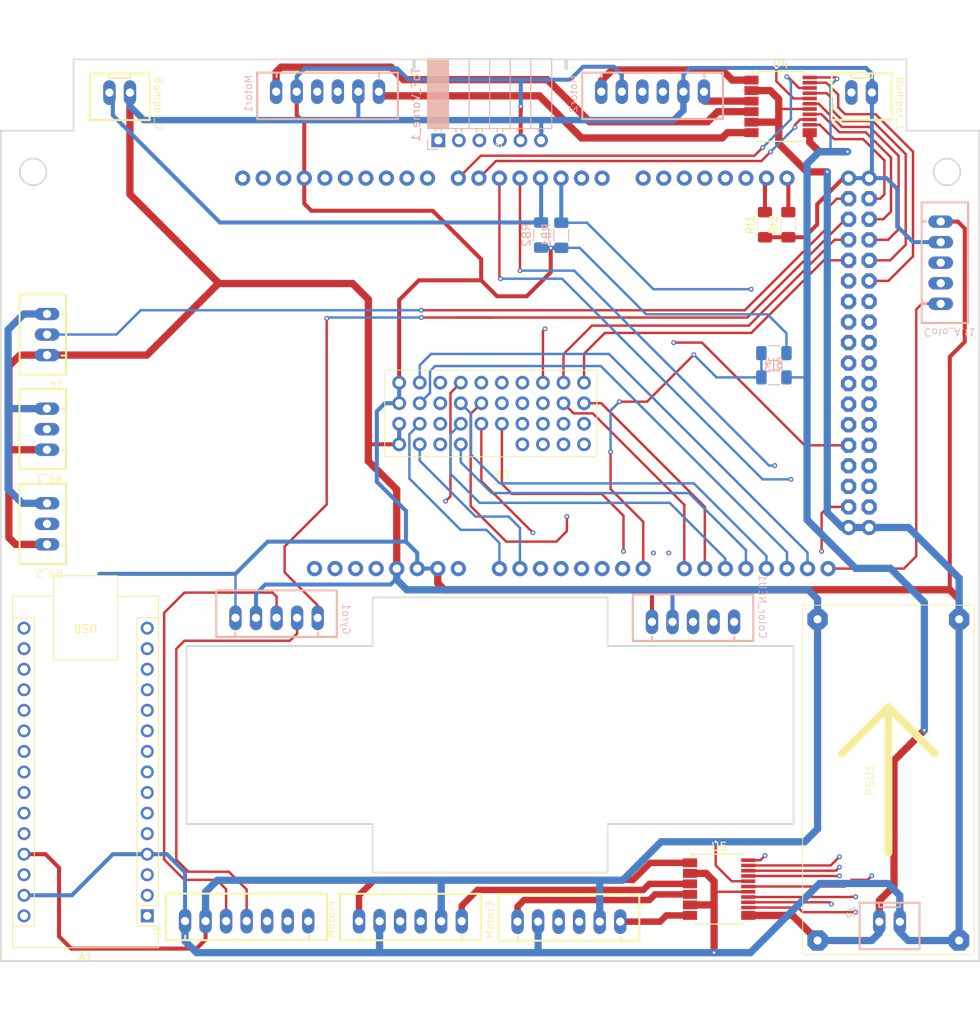
<source format=kicad_pcb>
(kicad_pcb (version 20241229) (generator "pcbnew") (generator_version "9.0")
  (layers (0 "F.Cu" signal) (4 "In1.Cu" signal) (6 "In2.Cu" signal) (2 "B.Cu" signal) (13 "F.Paste" user) (15 "B.Paste" user) (5 "F.SilkS" user "F.Silkscreen") (7 "B.SilkS" user "B.Silkscreen") (1 "F.Mask" user) (3 "B.Mask" user) (25 "Edge.Cuts" user))
  (net 0 "")
  (net 1 "GND")
  (net 2 "/Treiber1/A+")
  (net 3 "/ENC3_A")
  (net 4 "/Treiber1/A-")
  (net 5 "+5V")
  (net 6 "/ENC3_B")
  (net 7 "/ENC4_B")
  (net 8 "/ENC4_A")
  (net 9 "/Treiber1/B+")
  (net 10 "/Treiber1/B-")
  (net 11 "/Treiber2/A-")
  (net 12 "/Treiber2/A+")
  (net 13 "/ENC1_A")
  (net 14 "/ENC2_B")
  (net 15 "/ENC2_A")
  (net 16 "/Treiber2/B-")
  (net 17 "/Treiber2/B+")
  (net 20 "/Tof_XS_3")
  (net 21 "/Tof_XS_1")
  (net 22 "/Tof_XS_6")
  (net 23 "/Bumper_Rechts")
  (net 24 "/Tof_XS_5")
  (net 25 "/Tof_XS_2")
  (net 26 "/Tof_XS_0")
  (net 27 "/Tof_XS_4")
  (net 28 "/Bumper_Links")
  (net 29 "/SDA")
  (net 30 "/SCL")
  (net 31 "/ARD_TX_1")
  (net 32 "/ARD_RX_1")
  (net 33 "/ARD_TX_2")
  (net 34 "/ARD_RX_2")
  (net 43 "/RS_Servo_2")
  (net 48 "/RES_D")
  (net 50 "/RS_Servo_1")
  (net 57 "/MOT2_IN1")
  (net 58 "/MOT1_PWM")
  (net 59 "/MOT1_IN1")
  (net 60 "/MOT1_IN2")
  (net 61 "/MOT2_IN2")
  (net 62 "/MOT2_PWM")
  (net 63 "/MOT3_IN2")
  (net 64 "/MOT4_IN2")
  (net 65 "/MOT3_IN1")
  (net 66 "/MOT4_PWM")
  (net 67 "/MOT3_PWM")
  (net 68 "/MOT4_IN1")
  (net 69 "/6V")
  (net 70 "/MOT_STBY")
  (net 74 "/ENC1_B")
  (net 78 "/ARD_RX_3")
  (net 81 "/ARD_TX_3")
  (net 89 "/Interrupt_Cam2")
  (net 90 "/UI_LED_1")
  (net 91 "/UI_LED_2")
  (net 92 "/Interrupt_Cam1")
  (net 93 "/Encoder_A")
  (net 94 "/SW_SCL")
  (net 95 "/Color_Old_Interrupt")
  (net 96 "/UI_Button_2")
  (net 97 "/UI_Button_4")
  (net 98 "/UI_Button_1")
  (net 99 "/Encoder_B")
  (net 100 "/SW_SDA")
  (net 101 "/Encoder_SW")
  (net 102 "/UI_Button_3")
  (net 103 "/Color_NEW_IO")
  (net 105 "/LED_C2")
  (net 106 "/LED_C1")
  (net 107 "/SCK")
  (net 108 "/MISO")
  (net 109 "/MOSI")
  (net 110 "/LEDB_U")
  (net 111 "/GYRO_RST")
  (net 112 "/D-")
  (net 113 "/D+")
  (net 114 "/D_D")
  (net 115 "/IO_CAM1")
  (net 116 "/IO_CAM2")
  (net 117 "/CS_D")
  (net 118 "/BAT_ADC")
  (footprint "Robotik:Untitled_1" (layer "F.Cu") (at 192.55 133.15 90)
    (property "Reference" "PSU1")
    (property "Value" "~")
  )
  (footprint "Resistor_SMD:R_1206_3216Metric_Pad1.30x1.75mm_HandSolder" (layer "F.Cu") (at 180.185 64.525 90)
    (property "Reference" "RI2")
    (property "Value" "10k")
  )
  (footprint "JST:JST-XH-02-PACKAGE-LONG-PAD" (layer "F.Cu") (at 97.5 48.2 180)
    (property "Reference" "Bumper_2")
    (property "Value" "Conn_01x02_Pin")
  )
  (footprint "Module:Arduino_Nano" (layer "F.Cu") (at 100.91 149.95 180)
    (property "Reference" "A1")
    (property "Value" "Arduino_Nano_v2.x")
  )
  (footprint "JST:JST-XH-06-PACKAGE-LONG-PAD" (layer "F.Cu") (at 153.05 150.6675)
    (property "Reference" "Motor3")
    (property "Value" "Conn_01x06_Pin")
  )
  (footprint "JST:JST-XH-03-PACKAGE-LONG-PAD" (layer "F.Cu") (at 88.5 89.8 90)
    (property "Reference" "RS_1")
    (property "Value" "Conn_01x03_Pin")
  )
  (footprint "JST:JST-XH-03-PACKAGE-LONG-PAD" (layer "F.Cu") (at 88.5175 101.5 90)
    (property "Reference" "RS_2")
    (property "Value" "Conn_01x03_Pin")
  )
  (footprint "JST:JST-XH-02-PACKAGE-LONG-PAD" (layer "F.Cu") (at 189.25 48.1825 180)
    (property "Reference" "Bumper_1")
    (property "Value" "Conn_01x02_Pin")
  )
  (footprint "JST:JST-XH-07-PACKAGE-LONG-PAD" (layer "F.Cu") (at 113.2 150.6)
    (property "Reference" "J1")
    (property "Value" "Conn_01x07_Pin")
  )
  (footprint "Robotik:SSOP-24_5.3x8.2mm_P0.65mm" (layer "F.Cu") (at 179.225 49.9)
    (property "Reference" "U4")
    (property "Value" "TB6612FNG")
  )
  (footprint "JST:JST-XH-06-PACKAGE-LONG-PAD" (layer "F.Cu") (at 133.45 150.6175)
    (property "Reference" "Motor4")
    (property "Value" "Conn_01x06_Pin")
  )
  (footprint "Robotik:SSOP-24_5.3x8.2mm_P0.65mm" (layer "F.Cu") (at 171.625 146.65)
    (property "Reference" "U5")
    (property "Value" "TB6612FNG")
  )
  (footprint "Robotik:Main Conetor" (layer "F.Cu") (at 144.76 86.59 180)
    (property "Reference" "U1")
    (property "Value" "Main  Conector to Main pcb")
  )
  (footprint "Robotik:ARDUINO_MEGA_NO_SILK" (layer "F.Cu") (at 143.18595 82.9)
    (property "Reference" "B1")
    (property "Value" "~")
  )
  (footprint "JST:JST-XH-03-PACKAGE-LONG-PAD" (layer "F.Cu") (at 88.5175 78.1 90)
    (property "Reference" "J4")
    (property "Value" "Conn_01x03_Pin")
  )
  (footprint "Resistor_SMD:R_1206_3216Metric_Pad1.30x1.75mm_HandSolder" (layer "F.Cu") (at 177.295 64.525 90)
    (property "Reference" "RI1")
    (property "Value" "10k")
  )
  (footprint "Resistor_SMD:R_1206_3216Metric_Pad1.30x1.75mm_HandSolder" (layer "B.Cu") (at 149.613 65.8 -90)
    (property "Reference" "RB2")
    (property "Value" "10k")
  )
  (footprint "JST:JST-XH-05-PACKAGE-LONG-PAD" (layer "B.Cu") (at 116.9 113.1175 180)
    (property "Reference" "Gyro1")
    (property "Value" "Conn_01x05_Pin")
  )
  (footprint "Connector_PinSocket_2.54mm:PinSocket_1x06_P2.54mm_Horizontal" (layer "B.Cu") (at 136.9 54.1 -90)
    (property "Reference" "ToF_Vorne_1")
    (property "Value" "Conn_01x06_Socket")
  )
  (footprint "Resistor_SMD:R_1206_3216Metric_Pad1.30x1.75mm_HandSolder" (layer "B.Cu") (at 178.4 80.4)
    (property "Reference" "RI3")
    (property "Value" "10k")
  )
  (footprint "JST:JST-XH-06-PACKAGE-LONG-PAD" (layer "B.Cu") (at 123.2 48.0825)
    (property "Reference" "Motor1")
    (property "Value" "Conn_01x06_Pin")
  )
  (footprint "Resistor_SMD:R_1206_3216Metric_Pad1.30x1.75mm_HandSolder" (layer "B.Cu") (at 152.103 65.831064 -90)
    (property "Reference" "RB1")
    (property "Value" "10k")
  )
  (footprint "JST:JST-XH-05-PACKAGE-LONG-PAD" (layer "B.Cu") (at 168.4 113.6135 180)
    (property "Reference" "Color_NEU1")
    (property "Value" "Conn_01x05_Pin")
  )
  (footprint "JST:JST-XH-05-PACKAGE-LONG-PAD" (layer "B.Cu") (at 199.0225 69.22 90)
    (property "Reference" "Colo_Alt1")
    (property "Value" "Conn_01x05_Pin")
  )
  (footprint "JST:JST-XH-06-PACKAGE-LONG-PAD" (layer "B.Cu") (at 163.4 48.0825)
    (property "Reference" "Motor2")
    (property "Value" "Conn_01x06_Pin")
  )
  (footprint "Resistor_SMD:R_1206_3216Metric_Pad1.30x1.75mm_HandSolder" (layer "B.Cu") (at 178.4 83.4 180)
    (property "Reference" "RI4")
    (property "Value" "10k")
  )
  (footprint "JST:JST-XH-02-PACKAGE-LONG-PAD" (layer "B.Cu") (at 192.7 150.6825)
    (property "Reference" "J2")
    (property "Value" "Conn_01x02_Pin")
  )
  (gr_line (start 91.8 44.1) (end 91.8 52.9) (stroke (width 0.2)) (layer "Edge.Cuts"))
  (gr_line (start 128.774002 110.6) (end 157.825998 110.6) (stroke (width 0.2)) (layer "Edge.Cuts"))
  (gr_line (start 152.6 44.1) (end 134 44.1) (stroke (width 0.2)) (layer "Edge.Cuts"))
  (gr_line (start 128.774002 144.6) (end 128.774002 138.6) (stroke (width 0.2)) (layer "Edge.Cuts"))
  (gr_line (start 134 45.3) (end 133.8 45.3) (stroke (width 0.2)) (layer "Edge.Cuts"))
  (gr_line (start 157.825998 110.6) (end 157.825998 116.6) (stroke (width 0.2)) (layer "Edge.Cuts"))
  (gr_circle (center 199.8 58) (end 199.8 59.65) (stroke (width 0.2)) (fill no) (layer "Edge.Cuts"))
  (gr_line (start 91.8 52.9) (end 82.8 52.9) (stroke (width 0.2)) (layer "Edge.Cuts"))
  (gr_line (start 180.825998 116.6) (end 180.825998 138.6) (stroke (width 0.2)) (layer "Edge.Cuts"))
  (gr_line (start 157.825998 116.6) (end 180.825998 116.6) (stroke (width 0.2)) (layer "Edge.Cuts"))
  (gr_line (start 128.774002 116.6) (end 128.774002 110.6) (stroke (width 0.2)) (layer "Edge.Cuts"))
  (gr_line (start 157.825998 144.6) (end 128.774002 144.6) (stroke (width 0.2)) (layer "Edge.Cuts"))
  (gr_line (start 203.8 155.55) (end 203.8 52.9) (stroke (width 0.2)) (layer "Edge.Cuts"))
  (gr_line (start 194.8 44.1) (end 152.8 44.1) (stroke (width 0.2)) (layer "Edge.Cuts"))
  (gr_line (start 152.8 45.3) (end 152.6 45.3) (stroke (width 0.2)) (layer "Edge.Cuts"))
  (gr_line (start 203.8 52.9) (end 194.8 52.9) (stroke (width 0.2)) (layer "Edge.Cuts"))
  (gr_line (start 134 44.1) (end 134 45.3) (stroke (width 0.2)) (layer "Edge.Cuts"))
  (gr_line (start 105.774002 116.6) (end 128.774002 116.6) (stroke (width 0.2)) (layer "Edge.Cuts"))
  (gr_line (start 152.8 44.1) (end 152.8 45.3) (stroke (width 0.2)) (layer "Edge.Cuts"))
  (gr_line (start 82.8 52.9) (end 82.8 155.55) (stroke (width 0.2)) (layer "Edge.Cuts"))
  (gr_line (start 157.825998 138.6) (end 157.825998 144.6) (stroke (width 0.2)) (layer "Edge.Cuts"))
  (gr_line (start 128.774002 138.6) (end 105.774002 138.6) (stroke (width 0.2)) (layer "Edge.Cuts"))
  (gr_line (start 180.825998 138.6) (end 157.825998 138.6) (stroke (width 0.2)) (layer "Edge.Cuts"))
  (gr_line (start 152.6 45.3) (end 152.6 44.1) (stroke (width 0.2)) (layer "Edge.Cuts"))
  (gr_line (start 194.8 52.9) (end 194.8 44.1) (stroke (width 0.2)) (layer "Edge.Cuts"))
  (gr_line (start 133.8 45.3) (end 133.8 44.1) (stroke (width 0.2)) (layer "Edge.Cuts"))
  (gr_line (start 82.8 155.55) (end 203.8 155.55) (stroke (width 0.2)) (layer "Edge.Cuts"))
  (gr_line (start 133.8 44.1) (end 91.8 44.1) (stroke (width 0.2)) (layer "Edge.Cuts"))
  (gr_line (start 105.774002 138.6) (end 105.774002 116.6) (stroke (width 0.2)) (layer "Edge.Cuts"))
  (gr_circle (center 86.8 58) (end 86.8 59.65) (stroke (width 0.2)) (fill no) (layer "Edge.Cuts"))
  (segment (start 171.025 146.975) (end 171 147) (width 0.3) (layer "F.Cu") (net 1))
  (segment (start 163 109.649) (end 200.149 109.649) (width 0.9) (layer "F.Cu") (net 1))
  (segment (start 168.025 144.7) (end 170 144.7) (width 0.9) (layer "F.Cu") (net 1))
  (segment (start 202 79) (end 202 65) (width 0.5) (layer "F.Cu") (net 1))
  (segment (start 150.8 70.4) (end 150.8 67.4) (width 0.5) (layer "F.Cu") (net 1))
  (segment (start 179 50.1) (end 179 49) (width 0.9) (layer "F.Cu") (net 1))
  (segment (start 170.9 148.6) (end 171 148.7) (width 0.9) (layer "F.Cu") (net 1))
  (segment (start 200.149 109.649) (end 200.149 80.851) (width 0.5) (layer "F.Cu") (net 1))
  (segment (start 136.2 62.8) (end 121.2 62.8) (width 0.5) (layer "F.Cu") (net 1))
  (segment (start 179.125 50.225) (end 179 50.1) (width 0.3) (layer "F.Cu") (net 1))
  (segment (start 201.3 110.8) (end 201.3 113.3) (width 0.9) (layer "F.Cu") (net 1))
  (segment (start 147.085 50.515) (end 147.085 54.3) (width 0.5) (layer "F.Cu") (net 1))
  (segment (start 136.83595 108.83595) (end 137.649 109.649) (width 0.9) (layer "F.Cu") (net 1))
  (segment (start 132.06 73.84) (end 132.06 84.05) (width 0.5) (layer "F.Cu") (net 1))
  (segment (start 178.85 51.85) (end 179 52) (width 0.9) (layer "F.Cu") (net 1))
  (segment (start 147.1 49.9) (end 147.1 50.5) (width 0.5) (layer "F.Cu") (net 1))
  (segment (start 163.32 109.969) (end 163 109.649) (width 0.5) (layer "F.Cu") (net 1))
  (segment (start 168.025 148.6) (end 170.9 148.6) (width 0.9) (layer "F.Cu") (net 1))
  (segment (start 142.2 71.4) (end 144.175 73.375) (width 0.5) (layer "F.Cu") (net 1))
  (segment (start 147.1 50.5) (end 147.085 50.515) (width 0.5) (layer "F.Cu") (net 1))
  (segment (start 202 65) (end 201.14 64.14) (width 0.5) (layer "F.Cu") (net 1))
  (segment (start 171 147) (end 171 148.7) (width 0.9) (layer "F.Cu") (net 1))
  (segment (start 201.14 64.14) (end 199.0225 64.14) (width 0.5) (layer "F.Cu") (net 1))
  (segment (start 182.5 58) (end 179 54.5) (width 0.9) (layer "F.Cu") (net 1))
  (segment (start 179 54.5) (end 179 52) (width 0.9) (layer "F.Cu") (net 1))
  (segment (start 119.39 50.99) (end 119.39 48.0825) (width 0.5) (layer "F.Cu") (net 1))
  (segment (start 179 52) (end 179 50.1) (width 0.9) (layer "F.Cu") (net 1))
  (segment (start 144.175 73.375) (end 147.825 73.375) (width 0.5) (layer "F.Cu") (net 1))
  (segment (start 171 145.7) (end 171 147) (width 0.9) (layer "F.Cu") (net 1))
  (segment (start 170 144.7) (end 171 145.7) (width 0.9) (layer "F.Cu") (net 1))
  (segment (start 185 58) (end 182.5 58) (width 0.9) (layer "F.Cu") (net 1))
  (segment (start 179 49) (end 177.95 47.95) (width 0.9) (layer "F.Cu") (net 1))
  (segment (start 177.95 47.95) (end 175.625 47.95) (width 0.9) (layer "F.Cu") (net 1))
  (segment (start 147.825 73.375) (end 150.8 70.4) (width 0.5) (layer "F.Cu") (net 1))
  (segment (start 120.32595 61.92595) (end 120.32595 58.77) (width 0.5) (layer "F.Cu") (net 1))
  (segment (start 120.32595 58.77) (end 120.32595 51.92595) (width 0.5) (layer "F.Cu") (net 1))
  (segment (start 136.83595 107.03) (end 136.83595 108.83595) (width 0.9) (layer "F.Cu") (net 1))
  (segment (start 182.825 50.225) (end 179.125 50.225) (width 0.3) (layer "F.Cu") (net 1))
  (segment (start 120.32595 51.92595) (end 119.39 50.99) (width 0.5) (layer "F.Cu") (net 1))
  (segment (start 142.2 68.8) (end 142.2 71.4) (width 0.5) (layer "F.Cu") (net 1))
  (segment (start 137.649 109.649) (end 163 109.649) (width 0.9) (layer "F.Cu") (net 1))
  (segment (start 121.2 62.8) (end 120.32595 61.92595) (width 0.5) (layer "F.Cu") (net 1))
  (segment (start 142.2 71.4) (end 134.5 71.4) (width 0.5) (layer "F.Cu") (net 1))
  (segment (start 175.625 51.85) (end 178.85 51.85) (width 0.9) (layer "F.Cu") (net 1))
  (segment (start 200.149 109.649) (end 201.3 110.8) (width 0.9) (layer "F.Cu") (net 1))
  (segment (start 136.2 62.8) (end 142.2 68.8) (width 0.5) (layer "F.Cu") (net 1))
  (segment (start 163.32 113.6135) (end 163.32 109.969) (width 0.5) (layer "F.Cu") (net 1))
  (segment (start 171 148.7) (end 171 154.5) (width 0.9) (layer "F.Cu") (net 1))
  (segment (start 175.225 146.975) (end 171.025 146.975) (width 0.3) (layer "F.Cu") (net 1))
  (segment (start 200.149 80.851) (end 202 79) (width 0.5) (layer "F.Cu") (net 1))
  (segment (start 134.5 71.4) (end 132.06 73.84) (width 0.5) (layer "F.Cu") (net 1))
  (via (at 171 154.5) (size 0.6) (drill 0.3) (layers "F.Cu" "B.Cu") (net 1))
  (via (at 147.1 49.9) (size 0.6) (drill 0.3) (layers "F.Cu" "B.Cu") (net 1))
  (via (at 185 58) (size 0.6) (drill 0.3) (layers "F.Cu" "B.Cu") (net 1))
  (via (at 150.8 67.4) (size 0.6) (drill 0.3) (layers "F.Cu" "B.Cu") (net 1))
  (segment (start 153.2 46.6) (end 154.8 45) (width 0.5) (layer "B.Cu") (net 1))
  (segment (start 152.103 67.381064) (end 149.644064 67.381064) (width 0.5) (layer "B.Cu") (net 1))
  (segment (start 119.39 48.0825) (end 119.39 46.21) (width 0.5) (layer "B.Cu") (net 1))
  (segment (start 185 100.1) (end 186.85 101.95) (width 0.9) (layer "B.Cu") (net 1))
  (segment (start 83.7 77.5) (end 85.64 75.56) (width 0.9) (layer "B.Cu") (net 1))
  (segment (start 85.67 147.41) (end 91.59 147.41) (width 0.5) (layer "B.Cu") (net 1))
  (segment (start 159.59 46.01) (end 159.59 48.0825) (width 0.5) (layer "B.Cu") (net 1))
  (segment (start 149.24 150.6675) (end 149.24 154.26) (width 0.9) (layer "B.Cu") (net 1))
  (segment (start 154.381064 67.381064) (end 152.103 67.381064) (width 0.3) (layer "B.Cu") (net 1))
  (segment (start 88.5 87.26) (end 83.76 87.26) (width 0.9) (layer "B.Cu") (net 1))
  (segment (start 129.3 96.3) (end 129.3 87.6) (width 0.5) (layer "B.Cu") (net 1))
  (segment (start 119.39 46.21) (end 120.4 45.2) (width 0.5) (layer "B.Cu") (net 1))
  (segment (start 147.1 49.9) (end 147.1 46.7) (width 0.5) (layer "B.Cu") (net 1))
  (segment (start 149 154.5) (end 171 154.5) (width 0.9) (layer "B.Cu") (net 1))
  (segment (start 190.17595 101.95) (end 195.05 101.95) (width 0.9) (layer "B.Cu") (net 1))
  (segment (start 179.95 77.95) (end 177.6 75.6) (width 0.3) (layer "B.Cu") (net 1))
  (segment (start 186.85 101.95) (end 187.63595 101.95) (width 0.9) (layer "B.Cu") (net 1))
  (segment (start 132.9 103.7) (end 132.9 99.9) (width 0.5) (layer "B.Cu") (net 1))
  (segment (start 91.59 147.41) (end 96.67 142.33) (width 0.5) (layer "B.Cu") (net 1))
  (segment (start 201.3 153) (end 201.3 113.3) (width 0.9) (layer "B.Cu") (net 1))
  (segment (start 132.9 103.7) (end 134.29595 105.09595) (width 0.5) (layer "B.Cu") (net 1))
  (segment (start 107 154.5) (end 129.5 154.5) (width 0.9) (layer "B.Cu") (net 1))
  (segment (start 158.6 45) (end 159.6 46) (width 0.5) (layer "B.Cu") (net 1))
  (segment (start 149.24 154.26) (end 149 154.5) (width 0.9) (layer "B.Cu") (net 1))
  (segment (start 147.1 46.7) (end 147 46.6) (width 0.5) (layer "B.Cu") (net 1))
  (segment (start 193.97 147.421) (end 192.5 145.951) (width 0.9) (layer "B.Cu") (net 1))
  (segment (start 88.5175 98.96) (end 85.46 98.96) (width 0.9) (layer "B.Cu") (net 1))
  (segment (start 177.6 75.6) (end 162.6 75.6) (width 0.3) (layer "B.Cu") (net 1))
  (segment (start 185 58) (end 185 100.1) (width 0.9) (layer "B.Cu") (net 1))
  (segment (start 152.084064 67.4) (end 152.103 67.381064) (width 0.5) (layer "B.Cu") (net 1))
  (segment (start 105.58 150.6) (end 105.58 153.08) (width 0.9) (layer "B.Cu") (net 1))
  (segment (start 96.67 142.33) (end 100.91 142.33) (width 0.5) (layer "B.Cu") (net 1))
  (segment (start 195.05 101.95) (end 201.3 108.2) (width 0.9) (layer "B.Cu") (net 1))
  (segment (start 111.82 113.1175) (end 111.82 107.68) (width 0.3) (layer "B.Cu") (net 1))
  (segment (start 134.29595 107.03) (end 136.83595 107.03) (width 0.5) (layer "B.Cu") (net 1))
  (segment (start 129.5 154.5) (end 149 154.5) (width 0.9) (layer "B.Cu") (net 1))
  (segment (start 150.8 67.4) (end 152.084064 67.4) (width 0.5) (layer "B.Cu") (net 1))
  (segment (start 129.3 87.6) (end 130.31 86.59) (width 0.5) (layer "B.Cu") (net 1))
  (segment (start 83.76 87.26) (end 83.7 87.2) (width 0.9) (layer "B.Cu") (net 1))
  (segment (start 105.58 144.58) (end 105.58 150.6) (width 0.5) (layer "B.Cu") (net 1))
  (segment (start 129.64 154.36) (end 129.5 154.5) (width 0.9) (layer "B.Cu") (net 1))
  (segment (start 139.483658 46.6) (end 147 46.6) (width 0.5) (layer "B.Cu") (net 1))
  (segment (start 129.64 150.6175) (end 129.64 154.36) (width 0.9) (layer "B.Cu") (net 1))
  (segment (start 85.46 98.96) (end 83.7 97.2) (width 0.9) (layer "B.Cu") (net 1))
  (segment (start 131.8 45.2) (end 133.2 46.6) (width 0.5) (layer "B.Cu") (net 1))
  (segment (start 187.63595 101.95) (end 190.17595 101.95) (width 0.9) (layer "B.Cu") (net 1))
  (segment (start 105.58 153.08) (end 107 154.5) (width 0.9) (layer "B.Cu") (net 1))
  (segment (start 179.95 80.4) (end 179.95 77.95) (width 0.3) (layer "B.Cu") (net 1))
  (segment (start 147 46.6) (end 153.2 46.6) (width 0.5) (layer "B.Cu") (net 1))
  (segment (start 171 154.5) (end 175.5 154.5) (width 0.9) (layer "B.Cu") (net 1))
  (segment (start 139.468146 46.615512) (end 139.483658 46.6) (width 0.5) (layer "B.Cu") (net 1))
  (segment (start 100.91 142.33) (end 103.33 142.33) (width 0.5) (layer "B.Cu") (net 1))
  (segment (start 175.5 154.5) (end 184.049 145.951) (width 0.9) (layer "B.Cu") (net 1))
  (segment (start 85.64 75.56) (end 88.5175 75.56) (width 0.9) (layer "B.Cu") (net 1))
  (segment (start 132.9 99.9) (end 129.3 96.3) (width 0.5) (layer "B.Cu") (net 1))
  (segment (start 149.644064 67.381064) (end 149.613 67.35) (width 0.5) (layer "B.Cu") (net 1))
  (segment (start 159.6 46) (end 159.59 46.01) (width 0.5) (layer "B.Cu") (net 1))
  (segment (start 193.97 151.97) (end 195 153) (width 0.9) (layer "B.Cu") (net 1))
  (segment (start 162.6 75.6) (end 154.381064 67.381064) (width 0.3) (layer "B.Cu") (net 1))
  (segment (start 154.8 45) (end 158.6 45) (width 0.5) (layer "B.Cu") (net 1))
  (segment (start 115.8 103.7) (end 111.82 107.68) (width 0.5) (layer "B.Cu") (net 1))
  (segment (start 184.049 145.951) (end 192.5 145.951) (width 0.9) (layer "B.Cu") (net 1))
  (segment (start 201.3 108.2) (end 201.3 113.3) (width 0.9) (layer "B.Cu") (net 1))
  (segment (start 103.33 142.33) (end 105.58 144.58) (width 0.5) (layer "B.Cu") (net 1))
  (segment (start 132.06 86.59) (end 132.06 84.05) (width 0.5) (layer "B.Cu") (net 1))
  (segment (start 111.82 107.68) (end 94.98 107.68) (width 0.5) (layer "B.Cu") (net 1))
  (segment (start 193.97 150.6825) (end 193.97 151.97) (width 0.9) (layer "B.Cu") (net 1))
  (segment (start 120.4 45.2) (end 131.8 45.2) (width 0.5) (layer "B.Cu") (net 1))
  (segment (start 133.2 46.6) (end 139.483658 46.6) (width 0.5) (layer "B.Cu") (net 1))
  (segment (start 193.97 150.6825) (end 193.97 147.421) (width 0.9) (layer "B.Cu") (net 1))
  (segment (start 130.31 86.59) (end 132.06 86.59) (width 0.5) (layer "B.Cu") (net 1))
  (segment (start 83.7 87.2) (end 83.7 77.5) (width 0.9) (layer "B.Cu") (net 1))
  (segment (start 195 153) (end 201.3 153) (width 0.9) (layer "B.Cu") (net 1))
  (segment (start 132.9 103.7) (end 115.8 103.7) (width 0.5) (layer "B.Cu") (net 1))
  (segment (start 134.29595 105.09595) (end 134.29595 107.03) (width 0.5) (layer "B.Cu") (net 1))
  (segment (start 83.7 97.2) (end 83.7 87.2) (width 0.9) (layer "B.Cu") (net 1))
  (segment (start 175.625 46.65) (end 173.25 46.65) (width 0.9) (layer "F.Cu") (net 2))
  (segment (start 157.05 48.0825) (end 157.05 46.75) (width 0.9) (layer "F.Cu") (net 2))
  (segment (start 172 45.4) (end 158.4 45.4) (width 0.9) (layer "F.Cu") (net 2))
  (segment (start 157.05 46.75) (end 158.4 45.4) (width 0.9) (layer "F.Cu") (net 2))
  (segment (start 173.25 46.65) (end 172 45.4) (width 0.9) (layer "F.Cu") (net 2))
  (segment (start 169.8 49.2) (end 169.85 49.25) (width 0.9) (layer "F.Cu") (net 4))
  (segment (start 169.8 48.1325) (end 169.8 49.2) (width 0.9) (layer "F.Cu") (net 4))
  (segment (start 169.75 48.0825) (end 169.8 48.1325) (width 0.9) (layer "F.Cu") (net 4))
  (segment (start 169.85 49.25) (end 175.625 49.25) (width 0.9) (layer "F.Cu") (net 4))
  (segment (start 84.64 104.04) (end 83.8 103.2) (width 0.9) (layer "F.Cu") (net 5))
  (segment (start 100.86 80.64) (end 88.5175 80.64) (width 0.9) (layer "F.Cu") (net 5))
  (segment (start 128.25 91.5) (end 128.25 93.75) (width 0.5) (layer "F.Cu") (net 5))
  (segment (start 88.5175 80.64) (end 85.16 80.64) (width 0.9) (layer "F.Cu") (net 5))
  (segment (start 98.77 48.9) (end 99.1985 49.3285) (width 0.5) (layer "F.Cu") (net 5))
  (segment (start 178.7 45.15) (end 178.7 46.8) (width 0.3) (layer "F.Cu") (net 5))
  (segment (start 98.77 48.2) (end 98.77 48.9) (width 0.5) (layer "F.Cu") (net 5))
  (segment (start 180.825 48.925) (end 182.825 48.925) (width 0.3) (layer "F.Cu") (net 5))
  (segment (start 128.25 93.75) (end 131.75595 97.25595) (width 0.9) (layer "F.Cu") (net 5))
  (segment (start 83.86 92.34) (end 83.8 92.4) (width 0.9) (layer "F.Cu") (net 5))
  (segment (start 186.98 58.77) (end 183.75 62) (width 0.5) (layer "F.Cu") (net 5))
  (segment (start 83.8 92.4) (end 83.8 103.2) (width 0.9) (layer "F.Cu") (net 5))
  (segment (start 128.25 73.75) (end 128.25 91.5) (width 0.5) (layer "F.Cu") (net 5))
  (segment (start 98.77 60.77) (end 98.77 48.2) (width 0.9) (layer "F.Cu") (net 5))
  (segment (start 91.5 154) (end 90 152.5) (width 0.5) (layer "F.Cu") (net 5))
  (segment (start 187.63595 58.77) (end 186.98 58.77) (width 0.5) (layer "F.Cu") (net 5))
  (segment (start 173.175 145.675) (end 171.2 143.7) (width 0.3) (layer "F.Cu") (net 5))
  (segment (start 109.7 71.7) (end 98.77 60.77) (width 0.9) (layer "F.Cu") (net 5))
  (segment (start 107 154) (end 91.5 154) (width 0.5) (layer "F.Cu") (net 5))
  (segment (start 178.7 46.8) (end 180.825 48.925) (width 0.3) (layer "F.Cu") (net 5))
  (segment (start 83.8 82) (end 83.8 92.4) (width 0.9) (layer "F.Cu") (net 5))
  (segment (start 90 144) (end 88.33 142.33) (width 0.5) (layer "F.Cu") (net 5))
  (segment (start 131.75595 97.25595) (end 131.75595 107.03) (width 0.9) (layer "F.Cu") (net 5))
  (segment (start 132.06 91.67) (end 128.42 91.67) (width 0.5) (layer "F.Cu") (net 5))
  (segment (start 182.175 66.075) (end 180.185 66.075) (width 0.5) (layer "F.Cu") (net 5))
  (segment (start 177.295 66.075) (end 180.185 66.075) (width 0.5) (layer "F.Cu") (net 5))
  (segment (start 128.25 73.75) (end 126.3 71.8) (width 0.9) (layer "F.Cu") (net 5))
  (segment (start 183.75 64.5) (end 182.175 66.075) (width 0.5) (layer "F.Cu") (net 5))
  (segment (start 109.7 71.8) (end 100.86 80.64) (width 0.9) (layer "F.Cu") (net 5))
  (segment (start 85.16 80.64) (end 83.8 82) (width 0.9) (layer "F.Cu") (net 5))
  (segment (start 88.5175 104.04) (end 84.64 104.04) (width 0.9) (layer "F.Cu") (net 5))
  (segment (start 171.2 143.7) (end 171.2 140.8) (width 0.3) (layer "F.Cu") (net 5))
  (segment (start 126.3 71.8) (end 109.7 71.8) (width 0.9) (layer "F.Cu") (net 5))
  (segment (start 109.7 71.8) (end 109.7 71.7) (width 0.9) (layer "F.Cu") (net 5))
  (segment (start 90 152.5) (end 90 144) (width 0.5) (layer "F.Cu") (net 5))
  (segment (start 88.33 142.33) (end 85.67 142.33) (width 0.5) (layer "F.Cu") (net 5))
  (segment (start 108.12 152.88) (end 107 154) (width 0.5) (layer "F.Cu") (net 5))
  (segment (start 183.75 62) (end 183.75 64.5) (width 0.5) (layer "F.Cu") (net 5))
  (segment (start 108.12 150.6) (end 108.12 152.88) (width 0.5) (layer "F.Cu") (net 5))
  (segment (start 128.42 91.67) (end 128.25 91.5) (width 0.5) (layer "F.Cu") (net 5))
  (segment (start 128.25 73.75) (end 128.25 93.75) (width 0.9) (layer "F.Cu") (net 5))
  (segment (start 175.225 145.675) (end 173.175 145.675) (width 0.3) (layer "F.Cu") (net 5))
  (segment (start 88.5 92.34) (end 83.86 92.34) (width 0.9) (layer "F.Cu") (net 5))
  (via (at 171.2 140.8) (size 0.6) (drill 0.3) (layers "F.Cu" "B.Cu") (net 5))
  (via (at 178.7 45.15) (size 0.6) (drill 0.3) (layers "F.Cu" "B.Cu") (net 5))
  (segment (start 159.7 145.551) (end 164.451 140.8) (width 0.9) (layer "B.Cu") (net 5))
  (segment (start 193.65 60.1) (end 193.65 64.81) (width 0.5) (layer "B.Cu") (net 5))
  (segment (start 168.05 45.15) (end 178.7 45.15) (width 0.5) (layer "B.Cu") (net 5))
  (segment (start 108.12 147) (end 108.12 150.6) (width 0.9) (layer "B.Cu") (net 5))
  (segment (start 149.625 51.775) (end 149.8 51.6) (width 0.5) (layer "B.Cu") (net 5))
  (segment (start 137.26 145.791) (end 137.5 145.551) (width 0.9) (layer "B.Cu") (net 5))
  (segment (start 149.8 51.6) (end 166 51.6) (width 0.8) (layer "B.Cu") (net 5))
  (segment (start 190.52 48.1825) (end 190.52 58.42595) (width 0.5) (layer "B.Cu") (net 5))
  (segment (start 98.77 49.87) (end 100.5 51.6) (width 0.8) (layer "B.Cu") (net 5))
  (segment (start 166 109.649) (end 182.649 109.649) (width 0.9) (layer "B.Cu") (net 5))
  (segment (start 165.86 113.6135) (end 165.86 109.789) (width 0.5) (layer "B.Cu") (net 5))
  (segment (start 131 109) (end 131.75595 108.24405) (width 0.5) (layer "B.Cu") (net 5))
  (segment (start 190.17595 58.77) (end 187.63595 58.77) (width 0.5) (layer "B.Cu") (net 5))
  (segment (start 127.01 48.0825) (end 127.01 51.6) (width 0.5) (layer "B.Cu") (net 5))
  (segment (start 178.7 45.15) (end 189.8 45.15) (width 0.5) (layer "B.Cu") (net 5))
  (segment (start 100.5 51.6) (end 127.01 51.6) (width 0.8) (layer "B.Cu") (net 5))
  (segment (start 183.8 113.3) (end 183.8 139.2) (width 0.9) (layer "B.Cu") (net 5))
  (segment (start 167.21 50.39) (end 167.21 48.0825) (width 0.8) (layer "B.Cu") (net 5))
  (segment (start 183.8 110.8) (end 183.8 113.3) (width 0.9) (layer "B.Cu") (net 5))
  (segment (start 157 145.551) (end 137.5 145.551) (width 0.9) (layer "B.Cu") (net 5))
  (segment (start 156.86 145.691) (end 157 145.551) (width 0.9) (layer "B.Cu") (net 5))
  (segment (start 183.8 139.2) (end 182.2 140.8) (width 0.9) (layer "B.Cu") (net 5))
  (segment (start 190.17595 58.77) (end 192.32 58.77) (width 0.5) (layer "B.Cu") (net 5))
  (segment (start 166 51.6) (end 167.21 50.39) (width 0.8) (layer "B.Cu") (net 5))
  (segment (start 171.2 140.8) (end 182.2 140.8) (width 0.9) (layer "B.Cu") (net 5))
  (segment (start 156.86 150.6675) (end 156.86 145.691) (width 0.9) (layer "B.Cu") (net 5))
  (segment (start 167.21 48.0825) (end 167.21 45.99) (width 0.5) (layer "B.Cu") (net 5))
  (segment (start 165.86 109.789) (end 166 109.649) (width 0.5) (layer "B.Cu") (net 5))
  (segment (start 132.06 89.13) (end 132.06 91.67) (width 0.5) (layer "B.Cu") (net 5))
  (segment (start 114.36 113.1175) (end 114.36 110.14) (width 0.5) (layer "B.Cu") (net 5))
  (segment (start 131.75595 108.24405) (end 131.75595 107.03) (width 0.5) (layer "B.Cu") (net 5))
  (segment (start 190.52 58.42595) (end 190.17595 58.77) (width 0.5) (layer "B.Cu") (net 5))
  (segment (start 137.26 150.6175) (end 137.26 145.791) (width 0.9) (layer "B.Cu") (net 5))
  (segment (start 114.36 110.14) (end 115.5 109) (width 0.5) (layer "B.Cu") (net 5))
  (segment (start 131.75595 108.40495) (end 131.75595 107.03) (width 0.9) (layer "B.Cu") (net 5))
  (segment (start 190.52 45.87) (end 190.52 48.1825) (width 0.5) (layer "B.Cu") (net 5))
  (segment (start 192.32 58.77) (end 193.65 60.1) (width 0.5) (layer "B.Cu") (net 5))
  (segment (start 98.77 48.2) (end 98.77 49.87) (width 0.8) (layer "B.Cu") (net 5))
  (segment (start 189.8 45.15) (end 190.52 45.87) (width 0.5) (layer "B.Cu") (net 5))
  (segment (start 109.569 145.551) (end 108.12 147) (width 0.9) (layer "B.Cu") (net 5))
  (segment (start 193.65 64.81) (end 193.75 64.81) (width 0.5) (layer "B.Cu") (net 5))
  (segment (start 149.625 54.3) (end 149.625 51.775) (width 0.5) (layer "B.Cu") (net 5))
  (segment (start 159.7 145.551) (end 157 145.551) (width 0.9) (layer "B.Cu") (net 5))
  (segment (start 167.21 45.99) (end 168.05 45.15) (width 0.5) (layer "B.Cu") (net 5))
  (segment (start 133 109.649) (end 131.75595 108.40495) (width 0.9) (layer "B.Cu") (net 5))
  (segment (start 137.5 145.551) (end 109.569 145.551) (width 0.9) (layer "B.Cu") (net 5))
  (segment (start 193.75 64.81) (end 195.62 66.68) (width 0.5) (layer "B.Cu") (net 5))
  (segment (start 127.01 51.6) (end 137 51.6) (width 0.8) (layer "B.Cu") (net 5))
  (segment (start 115.5 109) (end 131 109) (width 0.5) (layer "B.Cu") (net 5))
  (segment (start 195.62 66.68) (end 199.0225 66.68) (width 0.5) (layer "B.Cu") (net 5))
  (segment (start 166 109.649) (end 133 109.649) (width 0.9) (layer "B.Cu") (net 5))
  (segment (start 137 51.6) (end 149.8 51.6) (width 0.8) (layer "B.Cu") (net 5))
  (segment (start 164.451 140.8) (end 171.2 140.8) (width 0.9) (layer "B.Cu") (net 5))
  (segment (start 182.649 109.649) (end 183.8 110.8) (width 0.9) (layer "B.Cu") (net 5))
  (segment (start 131.865 106.92095) (end 131.75595 107.03) (width 0.9) (layer "B.Cu") (net 5))
  (segment (start 116.85 45.6585) (end 116.85 48.0825) (width 0.9) (layer "F.Cu") (net 9))
  (segment (start 132.6 46.6) (end 131.051 45.051) (width 0.9) (layer "F.Cu") (net 9))
  (segment (start 155.6 51.8) (end 150.4 46.6) (width 0.9) (layer "F.Cu") (net 9))
  (segment (start 117.4575 45.051) (end 116.85 45.6585) (width 0.9) (layer "F.Cu") (net 9))
  (segment (start 131.051 45.051) (end 117.4575 45.051) (width 0.9) (layer "F.Cu") (net 9))
  (segment (start 171.45 50.55) (end 170.2 51.8) (width 0.9) (layer "F.Cu") (net 9))
  (segment (start 170.2 51.8) (end 155.6 51.8) (width 0.9) (layer "F.Cu") (net 9))
  (segment (start 150.4 46.6) (end 132.6 46.6) (width 0.9) (layer "F.Cu") (net 9))
  (segment (start 175.625 50.55) (end 171.45 50.55) (width 0.9) (layer "F.Cu") (net 9))
  (segment (start 130.0675 48.6) (end 149.4 48.6) (width 0.9) (layer "F.Cu") (net 10))
  (segment (start 175.625 53.15) (end 172.65 53.15) (width 0.9) (layer "F.Cu") (net 10))
  (segment (start 172.65 53.15) (end 172 53.8) (width 0.9) (layer "F.Cu") (net 10))
  (segment (start 149.4 48.6) (end 154.6 53.8) (width 0.9) (layer "F.Cu") (net 10))
  (segment (start 129.55 48.0825) (end 130.0675 48.6) (width 0.9) (layer "F.Cu") (net 10))
  (segment (start 154.6 53.8) (end 172 53.8) (width 0.9) (layer "F.Cu") (net 10))
  (segment (start 162.25 146.75) (end 141.75 146.75) (width 0.8) (layer "F.Cu") (net 11))
  (segment (start 168.025 146) (end 163 146) (width 0.8) (layer "F.Cu") (net 11))
  (segment (start 163 146) (end 162.25 146.75) (width 0.8) (layer "F.Cu") (net 11))
  (segment (start 139.8 148.7) (end 139.8 150.6175) (width 0.8) (layer "F.Cu") (net 11))
  (segment (start 141.75 146.75) (end 139.8 148.7) (width 0.8) (layer "F.Cu") (net 11))
  (segment (start 127.1 150.6175) (end 127.1 147.4) (width 0.8) (layer "F.Cu") (net 12))
  (segment (start 127.1 147.4) (end 129 145.5) (width 0.8) (layer "F.Cu") (net 12))
  (segment (start 161 145.5) (end 163.1 143.4) (width 0.8) (layer "F.Cu") (net 12))
  (segment (start 163.1 143.4) (end 168.025 143.4) (width 0.8) (layer "F.Cu") (net 12))
  (segment (start 129 145.5) (end 161 145.5) (width 0.8) (layer "F.Cu") (net 12))
  (segment (start 164.3325 150.6675) (end 165.1 149.9) (width 0.8) (layer "F.Cu") (net 16))
  (segment (start 159.4 150.6675) (end 164.3325 150.6675) (width 0.8) (layer "F.Cu") (net 16))
  (segment (start 165.1 149.9) (end 168.025 149.9) (width 0.8) (layer "F.Cu") (net 16))
  (segment (start 147.5 148) (end 146.7 148.8) (width 0.8) (layer "F.Cu") (net 17))
  (segment (start 163.7 147.3) (end 163 148) (width 0.8) (layer "F.Cu") (net 17))
  (segment (start 146.7 148.8) (end 146.7 150.6675) (width 0.8) (layer "F.Cu") (net 17))
  (segment (start 168.025 147.3) (end 163.7 147.3) (width 0.8) (layer "F.Cu") (net 17))
  (segment (start 163 148) (end 147.5 148) (width 0.8) (layer "F.Cu") (net 17))
  (segment (start 96.6585 49.3285) (end 96.6585 51.0085) (width 0.5) (layer "B.Cu") (net 23))
  (segment (start 149.613 58.84705) (end 149.53595 58.77) (width 0.5) (layer "B.Cu") (net 23))
  (segment (start 96.23 48.2) (end 96.23 48.9) (width 0.5) (layer "B.Cu") (net 23))
  (segment (start 149.613 64.25) (end 149.613 58.84705) (width 0.5) (layer "B.Cu") (net 23))
  (segment (start 96.6585 51.0085) (end 109.9 64.25) (width 0.5) (layer "B.Cu") (net 23))
  (segment (start 109.9 64.25) (end 149.613 64.25) (width 0.5) (layer "B.Cu") (net 23))
  (segment (start 96.23 48.9) (end 96.6585 49.3285) (width 0.5) (layer "B.Cu") (net 23))
  (via (at 175.58595 72.5) (size 0.6) (drill 0.3) (layers "F.Cu" "B.Cu") (net 28))
  (segment (start 163.5 72.5) (end 155.281064 64.281064) (width 0.3) (layer "B.Cu") (net 28))
  (segment (start 175.58595 72.5) (end 163.5 72.5) (width 0.3) (layer "B.Cu") (net 28))
  (segment (start 152.103 58.79705) (end 152.07595 58.77) (width 0.5) (layer "B.Cu") (net 28))
  (segment (start 152.103 64.281064) (end 152.103 58.79705) (width 0.5) (layer "B.Cu") (net 28))
  (segment (start 155.281064 64.281064) (end 152.103 64.281064) (width 0.3) (layer "B.Cu") (net 28))
  (segment (start 105.504349 115.949) (end 104.5 116.953349) (width 0.3) (layer "F.Cu") (net 29))
  (segment (start 118.551 115.949) (end 105.504349 115.949) (width 0.3) (layer "F.Cu") (net 29))
  (segment (start 177.295 58.95095) (end 177.47595 58.77) (width 0.5) (layer "F.Cu") (net 29))
  (segment (start 104.5 116.953349) (end 104.5 143) (width 0.3) (layer "F.Cu") (net 29))
  (segment (start 106 144.5) (end 111 144.5) (width 0.3) (layer "F.Cu") (net 29))
  (segment (start 119.44 113.1175) (end 119.44 115.06) (width 0.3) (layer "F.Cu") (net 29))
  (segment (start 177.295 62.975) (end 177.295 58.95095) (width 0.5) (layer "F.Cu") (net 29))
  (segment (start 113.2 146.7) (end 113.2 150.6) (width 0.3) (layer "F.Cu") (net 29))
  (segment (start 104.5 143) (end 106 144.5) (width 0.3) (layer "F.Cu") (net 29))
  (segment (start 111 144.5) (end 113.2 146.7) (width 0.3) (layer "F.Cu") (net 29))
  (segment (start 119.44 115.06) (end 118.551 115.949) (width 0.3) (layer "F.Cu") (net 29))
  (segment (start 116.9 110.5) (end 116.9 113.1175) (width 0.3) (layer "F.Cu") (net 30))
  (segment (start 110.66 146.66) (end 109.5 145.5) (width 0.3) (layer "F.Cu") (net 30))
  (segment (start 180.185 62.975) (end 180.185 58.93905) (width 0.5) (layer "F.Cu") (net 30))
  (segment (start 103 112.5) (end 105.5 110) (width 0.3) (layer "F.Cu") (net 30))
  (segment (start 105.5 145.5) (end 103 143) (width 0.3) (layer "F.Cu") (net 30))
  (segment (start 180.185 58.93905) (end 180.01595 58.77) (width 0.5) (layer "F.Cu") (net 30))
  (segment (start 105.5 110) (end 116.4 110) (width 0.3) (layer "F.Cu") (net 30))
  (segment (start 103 143) (end 103 112.5) (width 0.3) (layer "F.Cu") (net 30))
  (segment (start 110.66 150.6) (end 110.66 146.66) (width 0.3) (layer "F.Cu") (net 30))
  (segment (start 109.5 145.5) (end 105.5 145.5) (width 0.3) (layer "F.Cu") (net 30))
  (segment (start 116.4 110) (end 116.9 110.5) (width 0.3) (layer "F.Cu") (net 30))
  (via (at 163.5 105.1) (size 0.6) (drill 0.3) (layers "F.Cu" "B.Cu") (net 30))
  (via (at 165.4 105.1) (size 0.6) (drill 0.3) (layers "F.Cu" "B.Cu") (net 30))
  (segment (start 150.1 77.4) (end 149.84 77.66) (width 0.3) (layer "F.Cu") (net 48))
  (segment (start 149.84 77.66) (end 149.84 84.05) (width 0.3) (layer "F.Cu") (net 48))
  (via (at 150.1 77.4) (size 0.6) (drill 0.3) (layers "F.Cu" "B.Cu") (net 48))
  (segment (start 185.85 53.95) (end 189.43 53.95) (width 0.3) (layer "F.Cu") (net 57))
  (segment (start 189.43 53.95) (end 192.06 56.58) (width 0.3) (layer "F.Cu") (net 57))
  (segment (start 192.06 60.78) (end 191.53 61.31) (width 0.3) (layer "F.Cu") (net 57))
  (segment (start 184.075 52.175) (end 185.85 53.95) (width 0.3) (layer "F.Cu") (net 57))
  (segment (start 192.06 56.58) (end 192.06 60.78) (width 0.3) (layer "F.Cu") (net 57))
  (segment (start 191.53 61.31) (end 190.17595 61.31) (width 0.3) (layer "F.Cu") (net 57))
  (segment (start 182.825 52.175) (end 184.075 52.175) (width 0.3) (layer "F.Cu") (net 57))
  (segment (start 142.14595 56) (end 176 56) (width 0.3) (layer "F.Cu") (net 58))
  (segment (start 180 46.25) (end 180.125 46.25) (width 0.3) (layer "F.Cu") (net 58))
  (segment (start 139.37595 58.77) (end 142.14595 56) (width 0.3) (layer "F.Cu") (net 58))
  (segment (start 176 56) (end 177 55) (width 0.3) (layer "F.Cu") (net 58))
  (segment (start 180.125 46.25) (end 181.5 47.625) (width 0.3) (layer "F.Cu") (net 58))
  (segment (start 181.5 47.625) (end 182.825 47.625) (width 0.3) (layer "F.Cu") (net 58))
  (via (at 177 55) (size 0.6) (drill 0.3) (layers "F.Cu" "B.Cu") (net 58))
  (via (at 180 46.25) (size 0.6) (drill 0.3) (layers "F.Cu" "B.Cu") (net 58))
  (segment (start 180.5 46.75) (end 180.5 51.5) (width 0.3) (layer "B.Cu") (net 58))
  (segment (start 180.5 51.5) (end 177 55) (width 0.3) (layer "B.Cu") (net 58))
  (segment (start 180 46.25) (end 180.5 46.75) (width 0.3) (layer "B.Cu") (net 58))
  (segment (start 195.6 68.43) (end 195.6 55.5) (width 0.3) (layer "F.Cu") (net 59))
  (segment (start 186.35 48.45) (end 184.875 46.975) (width 0.3) (layer "F.Cu") (net 59))
  (segment (start 195.6 55.5) (end 190.97 50.87) (width 0.3) (layer "F.Cu") (net 59))
  (segment (start 184.875 46.975) (end 182.825 46.975) (width 0.3) (layer "F.Cu") (net 59))
  (segment (start 187.2 50.87) (end 186.35 50.02) (width 0.3) (layer "F.Cu") (net 59))
  (segment (start 186.35 50.02) (end 186.35 48.45) (width 0.3) (layer "F.Cu") (net 59))
  (segment (start 192.56 71.47) (end 195.6 68.43) (width 0.3) (layer "F.Cu") (net 59))
  (segment (start 190.17595 71.47) (end 192.56 71.47) (width 0.3) (layer "F.Cu") (net 59))
  (segment (start 190.97 50.87) (end 187.2 50.87) (width 0.3) (layer "F.Cu") (net 59))
  (segment (start 186.94 51.71) (end 185.55 50.32) (width 0.3) (layer "F.Cu") (net 60))
  (segment (start 190.61 51.71) (end 186.94 51.71) (width 0.3) (layer "F.Cu") (net 60))
  (segment (start 185.55 48.9) (end 184.925 48.275) (width 0.3) (layer "F.Cu") (net 60))
  (segment (start 194.7 55.8) (end 190.61 51.71) (width 0.3) (layer "F.Cu") (net 60))
  (segment (start 184.925 48.275) (end 182.825 48.275) (width 0.3) (layer "F.Cu") (net 60))
  (segment (start 190.17595 68.93) (end 192.77 68.93) (width 0.3) (layer "F.Cu") (net 60))
  (segment (start 194.7 67) (end 194.7 55.8) (width 0.3) (layer "F.Cu") (net 60))
  (segment (start 192.77 68.93) (end 194.7 67) (width 0.3) (layer "F.Cu") (net 60))
  (segment (start 185.55 50.32) (end 185.55 48.9) (width 0.3) (layer "F.Cu") (net 60))
  (segment (start 182.825 50.875) (end 184.275 50.875) (width 0.3) (layer "F.Cu") (net 61))
  (segment (start 192.875 56.225) (end 192.875 62.9) (width 0.3) (layer "F.Cu") (net 61))
  (segment (start 186.5 53.1) (end 189.75 53.1) (width 0.3) (layer "F.Cu") (net 61))
  (segment (start 184.275 50.875) (end 186.5 53.1) (width 0.3) (layer "F.Cu") (net 61))
  (segment (start 191.925 63.85) (end 190.17595 63.85) (width 0.3) (layer "F.Cu") (net 61))
  (segment (start 192.875 62.9) (end 191.925 63.85) (width 0.3) (layer "F.Cu") (net 61))
  (segment (start 189.75 53.1) (end 192.875 56.225) (width 0.3) (layer "F.Cu") (net 61))
  (segment (start 144.03695 56.651) (end 144.03595 56.65) (width 0.3) (layer "F.Cu") (net 62))
  (segment (start 176.849 56.651) (end 144.03695 56.651) (width 0.3) (layer "F.Cu") (net 62))
  (segment (start 178 55.5) (end 176.849 56.651) (width 0.3) (layer "F.Cu") (net 62))
  (segment (start 144.03595 56.65) (end 141.91595 58.77) (width 0.3) (layer "F.Cu") (net 62))
  (segment (start 181 52.5) (end 181 52.175) (width 0.3) (layer "F.Cu") (net 62))
  (segment (start 181 52.175) (end 181.65 51.525) (width 0.3) (layer "F.Cu") (net 62))
  (segment (start 181.65 51.525) (end 182.825 51.525) (width 0.3) (layer "F.Cu") (net 62))
  (via (at 181 52.5) (size 0.6) (drill 0.3) (layers "F.Cu" "B.Cu") (net 62))
  (via (at 178 55.5) (size 0.6) (drill 0.3) (layers "F.Cu" "B.Cu") (net 62))
  (segment (start 178 55.5) (end 181 52.5) (width 0.3) (layer "B.Cu") (net 62))
  (segment (start 186.5 145) (end 186.475 145.025) (width 0.3) (layer "F.Cu") (net 63))
  (segment (start 186.475 145.025) (end 175.225 145.025) (width 0.3) (layer "F.Cu") (net 63))
  (via (at 186.5 145) (size 0.6) (drill 0.3) (layers "F.Cu" "B.Cu") (net 63))
  (segment (start 188.5 147.6) (end 187.9 147.6) (width 0.3) (layer "F.Cu") (net 64))
  (segment (start 187.875 147.625) (end 175.225 147.625) (width 0.3) (layer "F.Cu") (net 64))
  (segment (start 187.9 147.6) (end 187.875 147.625) (width 0.3) (layer "F.Cu") (net 64))
  (via (at 188.5 147.6) (size 0.6) (drill 0.3) (layers "F.Cu" "B.Cu") (net 64))
  (segment (start 185.425 143.725) (end 175.225 143.725) (width 0.3) (layer "F.Cu") (net 65))
  (segment (start 186.5 142.65) (end 185.425 143.725) (width 0.3) (layer "F.Cu") (net 65))
  (via (at 186.5 142.65) (size 0.6) (drill 0.3) (layers "F.Cu" "B.Cu") (net 65))
  (segment (start 147 64.85) (end 146.99595 64.84595) (width 0.3) (layer "F.Cu") (net 66))
  (segment (start 185.5 148.5) (end 185.275 148.275) (width 0.3) (layer "F.Cu") (net 66))
  (segment (start 147 70.2) (end 147 64.85) (width 0.3) (layer "F.Cu") (net 66))
  (segment (start 185.275 148.275) (end 175.225 148.275) (width 0.3) (layer "F.Cu") (net 66))
  (segment (start 146.99595 64.84595) (end 146.99595 58.77) (width 0.3) (layer "F.Cu") (net 66))
  (via (at 147 70.2) (size 0.6) (drill 0.3) (layers "F.Cu" "B.Cu") (net 66))
  (via (at 178.5 94.3) (size 0.6) (drill 0.3) (layers "F.Cu" "B.Cu") (net 66))
  (via (at 185.5 148.5) (size 0.6) (drill 0.3) (layers "F.Cu" "B.Cu") (net 66))
  (segment (start 177.8 94.3) (end 153.7 70.2) (width 0.3) (layer "B.Cu") (net 66))
  (segment (start 153.7 70.2) (end 147 70.2) (width 0.3) (layer "B.Cu") (net 66))
  (segment (start 178.5 94.3) (end 177.8 94.3) (width 0.3) (layer "B.Cu") (net 66))
  (segment (start 144.6 71.2) (end 144.45595 71.05595) (width 0.3) (layer "F.Cu") (net 67))
  (segment (start 186.059313 144.375) (end 175.225 144.375) (width 0.3) (layer "F.Cu") (net 67))
  (segment (start 186.5 143.934313) (end 186.059313 144.375) (width 0.3) (layer "F.Cu") (net 67))
  (segment (start 144.45595 71.05595) (end 144.45595 58.77) (width 0.3) (layer "F.Cu") (net 67))
  (via (at 180.5 96) (size 0.6) (drill 0.3) (layers "F.Cu" "B.Cu") (net 67))
  (via (at 186.5 143.934313) (size 0.6) (drill 0.3) (layers "F.Cu" "B.Cu") (net 67))
  (via (at 144.6 71.2) (size 0.6) (drill 0.3) (layers "F.Cu" "B.Cu") (net 67))
  (segment (start 152.2 71.2) (end 144.6 71.2) (width 0.3) (layer "B.Cu") (net 67))
  (segment (start 177 96) (end 152.2 71.2) (width 0.3) (layer "B.Cu") (net 67))
  (segment (start 180.5 96) (end 177 96) (width 0.3) (layer "B.Cu") (net 67))
  (segment (start 188.5 149.5) (end 181.966393 149.5) (width 0.3) (layer "F.Cu") (net 68))
  (segment (start 181.391393 148.925) (end 175.225 148.925) (width 0.3) (layer "F.Cu") (net 68))
  (segment (start 181.966393 149.5) (end 181.391393 148.925) (width 0.3) (layer "F.Cu") (net 68))
  (via (at 188.5 149.5) (size 0.6) (drill 0.3) (layers "F.Cu" "B.Cu") (net 68))
  (segment (start 176.725 143.075) (end 177.3 142.5) (width 0.3) (layer "F.Cu") (net 69))
  (segment (start 175.225 143.075) (end 176.725 143.075) (width 0.3) (layer "F.Cu") (net 69))
  (segment (start 193.25 146.25) (end 191.43 148.07) (width 0.9) (layer "F.Cu") (net 69))
  (segment (start 193.25 144.6) (end 193.25 140.5) (width 0.9) (layer "F.Cu") (net 69))
  (segment (start 193.25 130.75) (end 197 127) (width 0.9) (layer "F.Cu") (net 69))
  (segment (start 180.7 149.9) (end 183.8 153) (width 0.9) (layer "F.Cu") (net 69))
  (segment (start 191.43 150.6825) (end 191.43 148.07) (width 0.9) (layer "F.Cu") (net 69))
  (segment (start 187.5 55.5) (end 184 55.5) (width 0.9) (layer "F.Cu") (net 69))
  (segment (start 193.25 140.5) (end 193.25 130.75) (width 0.9) (layer "F.Cu") (net 69))
  (segment (start 193.25 144.6) (end 193.25 146.25) (width 0.9) (layer "F.Cu") (net 69))
  (segment (start 182.825 46.325) (end 186.025 46.325) (width 0.3) (layer "F.Cu") (net 69))
  (segment (start 184 55.5) (end 182.825 54.325) (width 0.9) (layer "F.Cu") (net 69))
  (segment (start 193.35 140.6) (end 193.25 140.5) (width 0.3) (layer "F.Cu") (net 69))
  (segment (start 186.025 46.325) (end 186.2 46.5) (width 0.3) (layer "F.Cu") (net 69))
  (segment (start 182.825 54.325) (end 182.825 53.15) (width 0.9) (layer "F.Cu") (net 69))
  (segment (start 175.225 149.9) (end 180.7 149.9) (width 0.9) (layer "F.Cu") (net 69))
  (via (at 177.3 142.5) (size 0.6) (drill 0.3) (layers "F.Cu" "B.Cu") (net 69))
  (via (at 197 127) (size 0.6) (drill 0.3) (layers "F.Cu" "B.Cu") (net 69))
  (via (at 187.5 55.5) (size 0.6) (drill 0.3) (layers "F.Cu" "B.Cu") (net 69))
  (via (at 186.2 46.5) (size 0.6) (drill 0.3) (layers "F.Cu" "B.Cu") (net 69))
  (segment (start 197 127) (end 197 111.2) (width 0.9) (layer "B.Cu") (net 69))
  (segment (start 182.4 83.4) (end 182.5 83.5) (width 0.3) (layer "B.Cu") (net 69))
  (segment (start 192.8 107) (end 188.5 107) (width 0.9) (layer "B.Cu") (net 69))
  (segment (start 182.5 57) (end 184 55.5) (width 0.9) (layer "B.Cu") (net 69))
  (segment (start 186.2 46.5) (end 185.4 47.3) (width 0.3) (layer "B.Cu") (net 69))
  (segment (start 188.5 107) (end 182.5 101) (width 0.9) (layer "B.Cu") (net 69))
  (segment (start 191.43 150.6825) (end 191.43 152.07) (width 0.9) (layer "B.Cu") (net 69))
  (segment (start 182.5 83.5) (end 182.5 57) (width 0.9) (layer "B.Cu") (net 69))
  (segment (start 179.95 83.4) (end 182.4 83.4) (width 0.3) (layer "B.Cu") (net 69))
  (segment (start 185.4 47.3) (end 185.4 55.5) (width 0.3) (layer "B.Cu") (net 69))
  (segment (start 191.43 152.07) (end 190.5 153) (width 0.9) (layer "B.Cu") (net 69))
  (segment (start 184 55.5) (end 185.4 55.5) (width 0.9) (layer "B.Cu") (net 69))
  (segment (start 187.5 55.5) (end 185.4 55.5) (width 0.9) (layer "B.Cu") (net 69))
  (segment (start 190.5 153) (end 183.8 153) (width 0.9) (layer "B.Cu") (net 69))
  (segment (start 197 111.2) (end 192.8 107) (width 0.9) (layer "B.Cu") (net 69))
  (segment (start 182.5 101) (end 182.5 83.5) (width 0.9) (layer "B.Cu") (net 69))
  (segment (start 183.935 49.575) (end 186.8 52.44) (width 0.3) (layer "F.Cu") (net 70))
  (segment (start 188 145.5) (end 190 145.5) (width 0.3) (layer "F.Cu") (net 70))
  (segment (start 190 145.5) (end 190.5 145) (width 0.3) (layer "F.Cu") (net 70))
  (segment (start 187.175 146.325) (end 188 145.5) (width 0.3) (layer "F.Cu") (net 70))
  (segment (start 193.82 65.09) (end 192.52 66.39) (width 0.3) (layer "F.Cu") (net 70))
  (segment (start 186.8 52.44) (end 190.24 52.44) (width 0.3) (layer "F.Cu") (net 70))
  (segment (start 190.24 52.44) (end 193.82 56.02) (width 0.3) (layer "F.Cu") (net 70))
  (segment (start 192.52 66.39) (end 190.17595 66.39) (width 0.3) (layer "F.Cu") (net 70))
  (segment (start 193.82 56.02) (end 193.82 65.09) (width 0.3) (layer "F.Cu") (net 70))
  (segment (start 175.225 146.325) (end 187.175 146.325) (width 0.3) (layer "F.Cu") (net 70))
  (segment (start 182.825 49.575) (end 183.935 49.575) (width 0.3) (layer "F.Cu") (net 70))
  (via (at 190.5 145) (size 0.6) (drill 0.3) (layers "F.Cu" "B.Cu") (net 70))
  (segment (start 169.85595 99.9) (end 169.85595 107.03) (width 0.3) (layer "F.Cu") (net 89))
  (segment (start 169.85595 99.4) (end 157.04595 86.59) (width 0.3) (layer "F.Cu") (net 89))
  (segment (start 169.85595 99.9) (end 169.85595 99.4) (width 0.3) (layer "F.Cu") (net 89))
  (segment (start 157.04595 86.59) (end 154.92 86.59) (width 0.3) (layer "F.Cu") (net 89))
  (segment (start 167.31595 107.03) (end 167.31595 99.15) (width 0.3) (layer "F.Cu") (net 92))
  (segment (start 156.01595 87.85) (end 153.64 87.85) (width 0.3) (layer "F.Cu") (net 92))
  (segment (start 153.64 87.85) (end 152.38 86.59) (width 0.3) (layer "F.Cu") (net 92))
  (segment (start 167.31595 99.15) (end 156.01595 87.85) (width 0.3) (layer "F.Cu") (net 92))
  (segment (start 140.95 92.95) (end 140.95 87.86) (width 0.3) (layer "B.Cu") (net 93))
  (segment (start 140.95 87.86) (end 139.68 86.59) (width 0.3) (layer "B.Cu") (net 93))
  (segment (start 144.5 96.5) (end 140.95 92.95) (width 0.3) (layer "B.Cu") (net 93))
  (segment (start 177.47595 105.47595) (end 168.5 96.5) (width 0.3) (layer "B.Cu") (net 93))
  (segment (start 177.47595 107.03) (end 177.47595 105.47595) (width 0.3) (layer "B.Cu") (net 93))
  (segment (start 168.5 96.5) (end 144.5 96.5) (width 0.3) (layer "B.Cu") (net 93))
  (segment (start 196 105.5) (end 196 75) (width 0.3) (layer "F.Cu") (net 95))
  (segment (start 196.7 74.3) (end 199.0225 74.3) (width 0.3) (layer "F.Cu") (net 95))
  (segment (start 194.47 107.03) (end 196 105.5) (width 0.3) (layer "F.Cu") (net 95))
  (segment (start 196 75) (end 196.7 74.3) (width 0.3) (layer "F.Cu") (net 95))
  (segment (start 185.09595 107.03) (end 194.47 107.03) (width 0.3) (layer "F.Cu") (net 95))
  (segment (start 135.875 85.315) (end 135.875 82.625) (width 0.3) (layer "B.Cu") (net 96))
  (segment (start 157 82) (end 180.01595 105.01595) (width 0.3) (layer "B.Cu") (net 96))
  (segment (start 135.875 82.625) (end 136.5 82) (width 0.3) (layer "B.Cu") (net 96))
  (segment (start 136.5 82) (end 157 82) (width 0.3) (layer "B.Cu") (net 96))
  (segment (start 134.6 86.59) (end 135.875 85.315) (width 0.3) (layer "B.Cu") (net 96))
  (segment (start 180.01595 105.01595) (end 180.01595 107.03) (width 0.3) (layer "B.Cu") (net 96))
  (segment (start 141.5 100.6) (end 145.6 100.6) (width 0.3) (layer "B.Cu") (net 97))
  (segment (start 134.6 91.67) (end 134.6 93.7) (width 0.3) (layer "B.Cu") (net 97))
  (segment (start 145.6 100.6) (end 146.99595 101.99595) (width 0.3) (layer "B.Cu") (net 97))
  (segment (start 146.99595 101.99595) (end 146.99595 107.03) (width 0.3) (layer "B.Cu") (net 97))
  (segment (start 134.6 93.7) (end 141.5 100.6) (width 0.3) (layer "B.Cu") (net 97))
  (segment (start 134.6 81.9) (end 134.6 84.05) (width 0.3) (layer "B.Cu") (net 98))
  (segment (start 182.55595 105.05595) (end 158 80.5) (width 0.3) (layer "B.Cu") (net 98))
  (segment (start 182.55595 107.03) (end 182.55595 105.05595) (width 0.3) (layer "B.Cu") (net 98))
  (segment (start 158 80.5) (end 136 80.5) (width 0.3) (layer "B.Cu") (net 98))
  (segment (start 136 80.5) (end 134.6 81.9) (width 0.3) (layer "B.Cu") (net 98))
  (segment (start 172.39595 105.79595) (end 165.5 98.9) (width 0.3) (layer "B.Cu") (net 99))
  (segment (start 142 98.9) (end 138.425 95.325) (width 0.3) (layer "B.Cu") (net 99))
  (segment (start 172.39595 107.03) (end 172.39595 105.79595) (width 0.3) (layer "B.Cu") (net 99))
  (segment (start 165.5 98.9) (end 142 98.9) (width 0.3) (layer "B.Cu") (net 99))
  (segment (start 138.425 95.325) (end 138.425 90.385) (width 0.3) (layer "B.Cu") (net 99))
  (segment (start 138.425 90.385) (end 139.68 89.13) (width 0.3) (layer "B.Cu") (net 99))
  (segment (start 174.93595 107.03) (end 174.93595 104.73595) (width 0.3) (layer "B.Cu") (net 101))
  (segment (start 174.93595 104.73595) (end 167.9 97.7) (width 0.3) (layer "B.Cu") (net 101))
  (segment (start 139.68 93.88) (end 139.68 91.67) (width 0.3) (layer "B.Cu") (net 101))
  (segment (start 143.5 97.7) (end 139.68 93.88) (width 0.3) (layer "B.Cu") (net 101))
  (segment (start 167.9 97.7) (end 143.5 97.7) (width 0.3) (layer "B.Cu") (net 101))
  (segment (start 133.325 95.89905) (end 133.325 90.405) (width 0.3) (layer "B.Cu") (net 102))
  (segment (start 142.837025 102.237025) (end 139.662975 102.237025) (width 0.3) (layer "B.Cu") (net 102))
  (segment (start 144.45595 103.85595) (end 142.837025 102.237025) (width 0.3) (layer "B.Cu") (net 102))
  (segment (start 139.662975 102.237025) (end 133.325 95.89905) (width 0.3) (layer "B.Cu") (net 102))
  (segment (start 144.45595 107.03) (end 144.45595 103.85595) (width 0.3) (layer "B.Cu") (net 102))
  (segment (start 133.325 90.405) (end 134.6 89.13) (width 0.3) (layer "B.Cu") (net 102))
  (segment (start 146 97.8) (end 157.1 97.8) (width 0.3) (layer "F.Cu") (net 107))
  (segment (start 144.76 96.56) (end 146 97.8) (width 0.3) (layer "F.Cu") (net 107))
  (segment (start 144.76 89.13) (end 144.76 96.56) (width 0.3) (layer "F.Cu") (net 107))
  (segment (start 159.8 100.5) (end 159.8 104.9) (width 0.3) (layer "F.Cu") (net 107))
  (segment (start 157.1 97.8) (end 159.8 100.5) (width 0.3) (layer "F.Cu") (net 107))
  (segment (start 185.09 99.41) (end 184.3 100.2) (width 0.3) (layer "F.Cu") (net 107))
  (segment (start 184.3 100.2) (end 184.3 104.9) (width 0.3) (layer "F.Cu") (net 107))
  (segment (start 187.63595 99.41) (end 185.09 99.41) (width 0.3) (layer "F.Cu") (net 107))
  (via (at 184.3 104.9) (size 0.6) (drill 0.3) (layers "F.Cu" "B.Cu") (net 107))
  (via (at 159.8 104.9) (size 0.6) (drill 0.3) (layers "F.Cu" "B.Cu") (net 107))
  (segment (start 145.3 103.7) (end 140.9 99.3) (width 0.3) (layer "F.Cu") (net 108))
  (segment (start 151.5 103.7) (end 145.3 103.7) (width 0.3) (layer "F.Cu") (net 108))
  (segment (start 140.9 99.3) (end 140.9 87.91) (width 0.3) (layer "F.Cu") (net 108))
  (segment (start 140.9 87.91) (end 142.22 86.59) (width 0.3) (layer "F.Cu") (net 108))
  (segment (start 152.8 100.6) (end 152.8 102.4) (width 0.3) (layer "F.Cu") (net 108))
  (segment (start 152.8 102.4) (end 151.5 103.7) (width 0.3) (layer "F.Cu") (net 108))
  (via (at 152.8 100.6) (size 0.6) (drill 0.3) (layers "F.Cu" "B.Cu") (net 108))
  (segment (start 148.6 102.6) (end 142.22 96.22) (width 0.3) (layer "F.Cu") (net 109))
  (segment (start 142.22 96.22) (end 142.22 89.13) (width 0.3) (layer "F.Cu") (net 109))
  (via (at 148.6 102.6) (size 0.6) (drill 0.3) (layers "F.Cu" "B.Cu") (net 109))
  (segment (start 174.8 75.1) (end 185 64.9) (width 0.3) (layer "F.Cu") (net 110))
  (segment (start 185 62.5) (end 186.19 61.31) (width 0.3) (layer "F.Cu") (net 110))
  (segment (start 186.19 61.31) (end 187.63595 61.31) (width 0.3) (layer "F.Cu") (net 110))
  (segment (start 185 64.9) (end 185 62.5) (width 0.3) (layer "F.Cu") (net 110))
  (segment (start 134.8 75.1) (end 174.8 75.1) (width 0.3) (layer "F.Cu") (net 110))
  (via (at 134.8 75.1) (size 0.6) (drill 0.3) (layers "F.Cu" "B.Cu") (net 110))
  (segment (start 134.8 75.1) (end 100.1 75.1) (width 0.3) (layer "B.Cu") (net 110))
  (segment (start 100.1 75.1) (end 97.1 78.1) (width 0.3) (layer "B.Cu") (net 110))
  (segment (start 97.1 78.1) (end 88.5175 78.1) (width 0.3) (layer "B.Cu") (net 110))
  (segment (start 117.9 104.3) (end 123.1 99.1) (width 0.3) (layer "F.Cu") (net 111))
  (segment (start 175.1 76) (end 187.25 63.85) (width 0.3) (layer "F.Cu") (net 111))
  (segment (start 143.6 76) (end 175.1 76) (width 0.3) (layer "F.Cu") (net 111))
  (segment (start 139.1 76) (end 143.6 76) (width 0.3) (layer "F.Cu") (net 111))
  (segment (start 121.98 113.1175) (end 121.98 111.58) (width 0.3) (layer "F.Cu") (net 111))
  (segment (start 117.9 107.5) (end 117.9 104.3) (width 0.3) (layer "F.Cu") (net 111))
  (segment (start 187.25 63.85) (end 187.63595 63.85) (width 0.3) (layer "F.Cu") (net 111))
  (segment (start 118.8 108.4) (end 117.9 107.5) (width 0.3) (layer "F.Cu") (net 111))
  (segment (start 123.1 99.1) (end 123.1 76.1) (width 0.3) (layer "F.Cu") (net 111))
  (segment (start 121.98 111.58) (end 118.8 108.4) (width 0.3) (layer "F.Cu") (net 111))
  (segment (start 143.6 76) (end 134.8 76) (width 0.3) (layer "F.Cu") (net 111))
  (via (at 134.8 76) (size 0.6) (drill 0.3) (layers "F.Cu" "B.Cu") (net 111))
  (via (at 123.1 76.1) (size 0.6) (drill 0.3) (layers "F.Cu" "B.Cu") (net 111))
  (segment (start 123.2 76) (end 123.1 76.1) (width 0.3) (layer "B.Cu") (net 111))
  (segment (start 134.8 76) (end 123.2 76) (width 0.3) (layer "B.Cu") (net 111))
  (segment (start 182.19 91.79) (end 169.5 79.1) (width 0.3) (layer "F.Cu") (net 114))
  (segment (start 187.63595 91.79) (end 182.19 91.79) (width 0.3) (layer "F.Cu") (net 114))
  (segment (start 169.5 79.1) (end 166 79.1) (width 0.3) (layer "F.Cu") (net 114))
  (via (at 166 79.1) (size 0.6) (drill 0.3) (layers "F.Cu" "B.Cu") (net 114))
  (segment (start 175.6 77.9) (end 184.57 68.93) (width 0.3) (layer "F.Cu") (net 115))
  (segment (start 157.5 77.9) (end 175.6 77.9) (width 0.3) (layer "F.Cu") (net 115))
  (segment (start 154.92 84.05) (end 154.92 80.48) (width 0.3) (layer "F.Cu") (net 115))
  (segment (start 184.57 68.93) (end 187.63595 68.93) (width 0.3) (layer "F.Cu") (net 115))
  (segment (start 154.92 80.48) (end 157.5 77.9) (width 0.3) (layer "F.Cu") (net 115))
  (segment (start 152.38 80.52) (end 152.38 84.05) (width 0.3) (layer "F.Cu") (net 116))
  (segment (start 175.3 77) (end 155.9 77) (width 0.3) (layer "F.Cu") (net 116))
  (segment (start 155.9 77) (end 152.38 80.52) (width 0.3) (layer "F.Cu") (net 116))
  (segment (start 187.63595 66.39) (end 185.91 66.39) (width 0.3) (layer "F.Cu") (net 116))
  (segment (start 185.91 66.39) (end 175.3 77) (width 0.3) (layer "F.Cu") (net 116))
  (segment (start 138.4 85.33) (end 139.68 84.05) (width 0.3) (layer "F.Cu") (net 117))
  (segment (start 138.4 98.1) (end 138.4 85.33) (width 0.3) (layer "F.Cu") (net 117))
  (segment (start 137.8 98.7) (end 138.4 98.1) (width 0.3) (layer "F.Cu") (net 117))
  (via (at 137.8 98.7) (size 0.6) (drill 0.3) (layers "F.Cu" "B.Cu") (net 117))
  (segment (start 158.2 97.2) (end 162.23595 101.23595) (width 0.3) (layer "F.Cu") (net 118))
  (segment (start 168.5 80.6) (end 162.7 86.4) (width 0.3) (layer "F.Cu") (net 118))
  (segment (start 158.2 92.6) (end 158.2 97.2) (width 0.3) (layer "F.Cu") (net 118))
  (segment (start 162.7 86.4) (end 159.3 86.4) (width 0.3) (layer "F.Cu") (net 118))
  (segment (start 162.23595 101.23595) (end 162.23595 107.03) (width 0.3) (layer "F.Cu") (net 118))
  (via (at 159.3 86.4) (size 0.6) (drill 0.3) (layers "F.Cu" "B.Cu") (net 118))
  (via (at 158.2 92.6) (size 0.6) (drill 0.3) (layers "F.Cu" "B.Cu") (net 118))
  (via (at 168.5 80.6) (size 0.6) (drill 0.3) (layers "F.Cu" "B.Cu") (net 118))
  (segment (start 159.3 86.4) (end 158.2 87.5) (width 0.3) (layer "B.Cu") (net 118))
  (segment (start 176.85 83.4) (end 171.3 83.4) (width 0.3) (layer "B.Cu") (net 118))
  (segment (start 158.2 87.5) (end 158.2 92.6) (width 0.3) (layer "B.Cu") (net 118))
  (segment (start 171.3 83.4) (end 168.5 80.6) (width 0.3) (layer "B.Cu") (net 118))
  (segment (start 176.85 80.4) (end 176.85 83.4) (width 0.3) (layer "B.Cu") (net 118))
)
</source>
